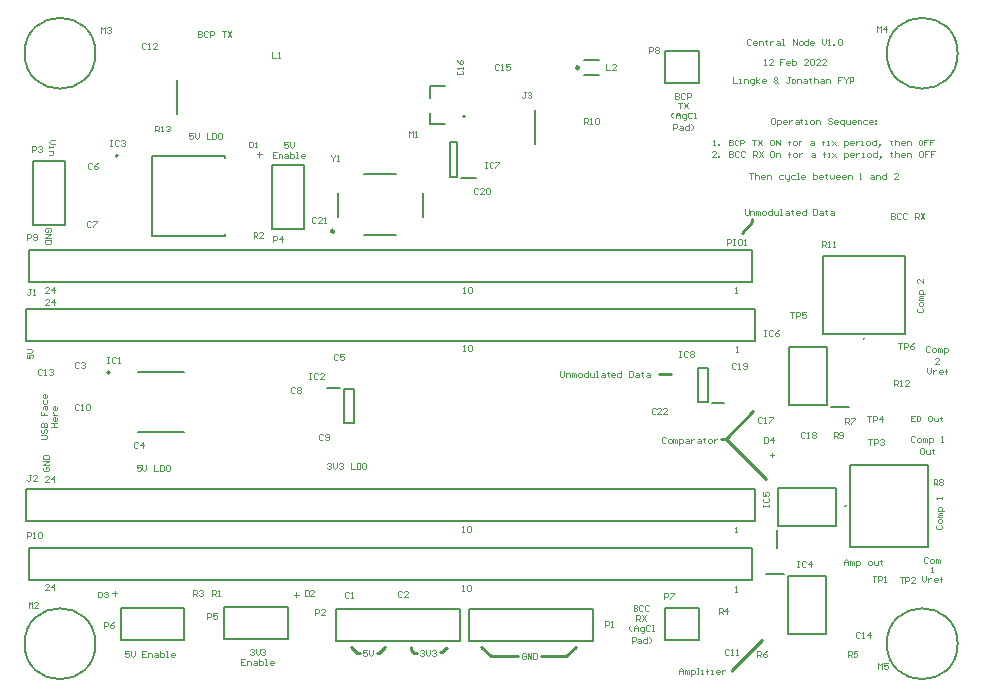
<source format=gto>
G04*
G04 #@! TF.GenerationSoftware,Altium Limited,Altium Designer,21.6.4 (81)*
G04*
G04 Layer_Color=65535*
%FSLAX44Y44*%
%MOMM*%
G71*
G04*
G04 #@! TF.SameCoordinates,DF600929-9F7D-4707-823E-D0FB3E8D8E71*
G04*
G04*
G04 #@! TF.FilePolarity,Positive*
G04*
G01*
G75*
%ADD10C,0.2000*%
%ADD11C,0.2500*%
%ADD12C,0.1270*%
%ADD13C,0.1000*%
D10*
X79000Y443250D02*
G03*
X79000Y443250I-1000J0D01*
G01*
X790000Y30000D02*
G03*
X790000Y30000I-30000J0D01*
G01*
Y530000D02*
G03*
X790000Y530000I-30000J0D01*
G01*
X60000D02*
G03*
X60000Y530000I-30000J0D01*
G01*
X695202Y147020D02*
G03*
X695202Y147020I-570J0D01*
G01*
X60000Y30000D02*
G03*
X60000Y30000I-30000J0D01*
G01*
X373000Y476242D02*
G03*
X373000Y476242I-1000J0D01*
G01*
X710750Y288395D02*
G03*
X710750Y288395I-570J0D01*
G01*
X72050Y259550D02*
G03*
X72050Y259550I-1000J0D01*
G01*
X1450Y286500D02*
X618550D01*
X1450D02*
Y313500D01*
X618550D01*
Y286500D02*
Y313500D01*
X570950Y33050D02*
Y59950D01*
X542550D02*
X570950D01*
X542550Y33050D02*
Y59950D01*
Y33050D02*
X570950D01*
X647250Y232003D02*
X679250D01*
X647250D02*
Y281023D01*
X679250D01*
Y232003D02*
Y281023D01*
X682750Y230713D02*
X698000D01*
X638240Y129500D02*
Y161500D01*
X687260D01*
Y129500D02*
Y161500D01*
X638240Y129500D02*
X687260D01*
X636950Y110750D02*
Y126000D01*
X698852Y181600D02*
X764853D01*
Y111700D02*
Y181600D01*
X698852Y111700D02*
X764853D01*
X698852D02*
Y181600D01*
X646250Y87510D02*
X678250D01*
Y38490D02*
Y87510D01*
X646250Y38490D02*
X678250D01*
X646250D02*
Y87510D01*
X627500Y88800D02*
X642750D01*
X369785Y424000D02*
X381785D01*
X366285Y425500D02*
Y454500D01*
X360285D02*
X366285D01*
X360285Y425500D02*
Y454500D01*
Y425500D02*
X366285D01*
X570950Y505050D02*
Y531950D01*
X542550D02*
X570950D01*
X542550Y505050D02*
Y531950D01*
Y505050D02*
X570950D01*
X431750Y453000D02*
Y482000D01*
X473686Y524064D02*
X486314D01*
X473686Y511436D02*
X486314D01*
X128750Y478250D02*
Y507250D01*
X263950Y59450D02*
X368550D01*
Y32550D02*
Y59450D01*
X263950Y32550D02*
X368550D01*
X263950D02*
Y59450D01*
X376550Y59200D02*
X481150D01*
Y32300D02*
Y59200D01*
X376550Y32300D02*
X481150D01*
X376550D02*
Y59200D01*
X168850Y60957D02*
X222650D01*
Y34058D02*
Y60957D01*
X168850Y34058D02*
X222650D01*
X168850D02*
Y60957D01*
X256250Y246250D02*
X266750D01*
X270250Y216750D02*
Y245750D01*
Y216750D02*
X278750D01*
Y245750D01*
X270250D02*
X278750D01*
X1450Y134100D02*
X618550D01*
X1450D02*
Y161100D01*
X618550D01*
Y134100D02*
Y161100D01*
X81600Y60207D02*
X135400D01*
Y33307D02*
Y60207D01*
X81600Y33307D02*
X135400D01*
X81600D02*
Y60207D01*
X236443Y381350D02*
Y435150D01*
X209543Y381350D02*
X236443D01*
X209543D02*
Y435150D01*
X236443D01*
X569750Y234750D02*
X578250D01*
X569750D02*
Y263750D01*
X578250D01*
Y234750D02*
Y263750D01*
X581750Y234250D02*
X592250D01*
X675600Y292615D02*
Y358615D01*
X745500D01*
Y292615D02*
Y358615D01*
X675600Y292615D02*
X745500D01*
X7300Y438400D02*
X34200D01*
X7300Y384600D02*
Y438400D01*
Y384600D02*
X34200D01*
Y438400D01*
X3700Y84150D02*
Y111050D01*
Y84150D02*
X616300D01*
Y111050D01*
X3700D02*
X616300D01*
X3700Y336550D02*
Y363450D01*
Y336550D02*
X616300D01*
Y363450D01*
X3700D02*
X616300D01*
X287743Y375750D02*
X314743D01*
X337243Y391750D02*
Y411750D01*
X265243Y391750D02*
Y411750D01*
X287743Y427750D02*
X314743D01*
D11*
X469250Y517750D02*
G03*
X469250Y517750I-1250J0D01*
G01*
X261992Y379250D02*
G03*
X261992Y379250I-1250J0D01*
G01*
X598750Y8000D02*
X624000Y33250D01*
X598750Y7250D02*
Y8000D01*
X593500Y203750D02*
X627500Y169750D01*
X593500Y203750D02*
Y203750D01*
X616750Y227000D01*
X590000Y203750D02*
X593500D01*
X607000Y377750D02*
X616000Y386750D01*
Y389250D01*
X537500Y258250D02*
X547500D01*
X298250Y22250D02*
X300250D01*
X305500Y27500D01*
X282500Y22000D02*
X283750D01*
X276000Y27500D02*
X281500Y22000D01*
X282500D01*
X357000Y26250D02*
X358000D01*
X353500Y22750D02*
X357000Y26250D01*
X351500Y22750D02*
X353500D01*
X327250Y24750D02*
Y27000D01*
Y24750D02*
X330000Y22000D01*
X332500D01*
X386750Y27000D02*
X394500Y19250D01*
X458750Y19750D02*
X466500Y27500D01*
X437000Y19750D02*
X458750D01*
X394500Y19250D02*
X417750D01*
D12*
X169780Y375550D02*
Y377250D01*
X107570Y375550D02*
X169780D01*
X107570D02*
Y442950D01*
X169780D01*
Y441250D02*
Y442950D01*
X343000Y469893D02*
X356000D01*
X343000D02*
Y479492D01*
Y492492D02*
Y502093D01*
X356000D01*
X96000Y259750D02*
X135000D01*
X96000Y209250D02*
X135000D01*
D13*
X453596Y261248D02*
Y257083D01*
X454429Y256250D01*
X456095D01*
X456928Y257083D01*
Y261248D01*
X458594Y256250D02*
Y259582D01*
X461093D01*
X461926Y258749D01*
Y256250D01*
X463592D02*
Y259582D01*
X464426D01*
X465259Y258749D01*
Y256250D01*
Y258749D01*
X466092Y259582D01*
X466925Y258749D01*
Y256250D01*
X469424D02*
X471090D01*
X471923Y257083D01*
Y258749D01*
X471090Y259582D01*
X469424D01*
X468591Y258749D01*
Y257083D01*
X469424Y256250D01*
X476921Y261248D02*
Y256250D01*
X474422D01*
X473589Y257083D01*
Y258749D01*
X474422Y259582D01*
X476921D01*
X478587D02*
Y257083D01*
X479421Y256250D01*
X481920D01*
Y259582D01*
X483586Y256250D02*
X485252D01*
X484419D01*
Y261248D01*
X483586D01*
X488584Y259582D02*
X490250D01*
X491083Y258749D01*
Y256250D01*
X488584D01*
X487751Y257083D01*
X488584Y257916D01*
X491083D01*
X493583Y260415D02*
Y259582D01*
X492750D01*
X494416D01*
X493583D01*
Y257083D01*
X494416Y256250D01*
X499414D02*
X497748D01*
X496915Y257083D01*
Y258749D01*
X497748Y259582D01*
X499414D01*
X500247Y258749D01*
Y257916D01*
X496915D01*
X505246Y261248D02*
Y256250D01*
X502746D01*
X501913Y257083D01*
Y258749D01*
X502746Y259582D01*
X505246D01*
X511910Y261248D02*
Y256250D01*
X514409D01*
X515242Y257083D01*
Y260415D01*
X514409Y261248D01*
X511910D01*
X517741Y259582D02*
X519408D01*
X520241Y258749D01*
Y256250D01*
X517741D01*
X516908Y257083D01*
X517741Y257916D01*
X520241D01*
X522740Y260415D02*
Y259582D01*
X521907D01*
X523573D01*
X522740D01*
Y257083D01*
X523573Y256250D01*
X526905Y259582D02*
X528571D01*
X529404Y258749D01*
Y256250D01*
X526905D01*
X526072Y257083D01*
X526905Y257916D01*
X529404D01*
X553923Y4166D02*
Y7498D01*
X555589Y9165D01*
X557255Y7498D01*
Y4166D01*
Y6665D01*
X553923D01*
X558921Y4166D02*
Y7498D01*
X559754D01*
X560588Y6665D01*
Y4166D01*
Y6665D01*
X561421Y7498D01*
X562254Y6665D01*
Y4166D01*
X563920Y2500D02*
Y7498D01*
X566419D01*
X567252Y6665D01*
Y4999D01*
X566419Y4166D01*
X563920D01*
X568918D02*
X570584D01*
X569751D01*
Y9165D01*
X568918D01*
X573083Y4166D02*
X574750D01*
X573917D01*
Y7498D01*
X573083D01*
X578082Y4166D02*
Y8331D01*
Y6665D01*
X577249D01*
X578915D01*
X578082D01*
Y8331D01*
X578915Y9165D01*
X581414Y4166D02*
X583080D01*
X582247D01*
Y7498D01*
X581414D01*
X588079Y4166D02*
X586413D01*
X585579Y4999D01*
Y6665D01*
X586413Y7498D01*
X588079D01*
X588912Y6665D01*
Y5832D01*
X585579D01*
X590578Y7498D02*
Y4166D01*
Y5832D01*
X591411Y6665D01*
X592244Y7498D01*
X593077D01*
X98170Y180998D02*
X94838D01*
Y178499D01*
X96504Y179332D01*
X97337D01*
X98170Y178499D01*
Y176833D01*
X97337Y176000D01*
X95671D01*
X94838Y176833D01*
X99836Y180998D02*
Y177666D01*
X101503Y176000D01*
X103169Y177666D01*
Y180998D01*
X109833D02*
Y176000D01*
X113165D01*
X114831Y180998D02*
Y176000D01*
X117331D01*
X118164Y176833D01*
Y180165D01*
X117331Y180998D01*
X114831D01*
X122329D02*
X120663D01*
X119830Y180165D01*
Y176833D01*
X120663Y176000D01*
X122329D01*
X123162Y176833D01*
Y180165D01*
X122329Y180998D01*
X222917Y454646D02*
X219585D01*
Y452147D01*
X221251Y452980D01*
X222084D01*
X222917Y452147D01*
Y450481D01*
X222084Y449648D01*
X220418D01*
X219585Y450481D01*
X224583Y454646D02*
Y451314D01*
X226249Y449648D01*
X227915Y451314D01*
Y454646D01*
X213337Y446248D02*
X210005D01*
Y441250D01*
X213337D01*
X210005Y443749D02*
X211671D01*
X215003Y441250D02*
Y444582D01*
X217502D01*
X218335Y443749D01*
Y441250D01*
X220834Y444582D02*
X222500D01*
X223333Y443749D01*
Y441250D01*
X220834D01*
X220001Y442083D01*
X220834Y442916D01*
X223333D01*
X225000Y446248D02*
Y441250D01*
X227499D01*
X228332Y442083D01*
Y442916D01*
Y443749D01*
X227499Y444582D01*
X225000D01*
X229998Y441250D02*
X231664D01*
X230831D01*
Y446248D01*
X229998D01*
X236662Y441250D02*
X234996D01*
X234163Y442083D01*
Y443749D01*
X234996Y444582D01*
X236662D01*
X237495Y443749D01*
Y442916D01*
X234163D01*
X335085Y24165D02*
X335919Y24998D01*
X337585D01*
X338418Y24165D01*
Y23332D01*
X337585Y22499D01*
X336752D01*
X337585D01*
X338418Y21666D01*
Y20833D01*
X337585Y20000D01*
X335919D01*
X335085Y20833D01*
X340084Y24998D02*
Y21666D01*
X341750Y20000D01*
X343416Y21666D01*
Y24998D01*
X345082Y24165D02*
X345915Y24998D01*
X347581D01*
X348414Y24165D01*
Y23332D01*
X347581Y22499D01*
X346748D01*
X347581D01*
X348414Y21666D01*
Y20833D01*
X347581Y20000D01*
X345915D01*
X345082Y20833D01*
X609596Y397998D02*
Y393833D01*
X610429Y393000D01*
X612095D01*
X612928Y393833D01*
Y397998D01*
X614594Y393000D02*
Y396332D01*
X617093D01*
X617926Y395499D01*
Y393000D01*
X619592D02*
Y396332D01*
X620425D01*
X621259Y395499D01*
Y393000D01*
Y395499D01*
X622092Y396332D01*
X622925Y395499D01*
Y393000D01*
X625424D02*
X627090D01*
X627923Y393833D01*
Y395499D01*
X627090Y396332D01*
X625424D01*
X624591Y395499D01*
Y393833D01*
X625424Y393000D01*
X632921Y397998D02*
Y393000D01*
X630422D01*
X629589Y393833D01*
Y395499D01*
X630422Y396332D01*
X632921D01*
X634588D02*
Y393833D01*
X635421Y393000D01*
X637920D01*
Y396332D01*
X639586Y393000D02*
X641252D01*
X640419D01*
Y397998D01*
X639586D01*
X644584Y396332D02*
X646250D01*
X647084Y395499D01*
Y393000D01*
X644584D01*
X643751Y393833D01*
X644584Y394666D01*
X647084D01*
X649583Y397165D02*
Y396332D01*
X648750D01*
X650416D01*
X649583D01*
Y393833D01*
X650416Y393000D01*
X655414D02*
X653748D01*
X652915Y393833D01*
Y395499D01*
X653748Y396332D01*
X655414D01*
X656247Y395499D01*
Y394666D01*
X652915D01*
X661245Y397998D02*
Y393000D01*
X658746D01*
X657913Y393833D01*
Y395499D01*
X658746Y396332D01*
X661245D01*
X667910Y397998D02*
Y393000D01*
X670409D01*
X671242Y393833D01*
Y397165D01*
X670409Y397998D01*
X667910D01*
X673741Y396332D02*
X675407D01*
X676241Y395499D01*
Y393000D01*
X673741D01*
X672908Y393833D01*
X673741Y394666D01*
X676241D01*
X678740Y397165D02*
Y396332D01*
X677907D01*
X679573D01*
X678740D01*
Y393833D01*
X679573Y393000D01*
X682905Y396332D02*
X684571D01*
X685404Y395499D01*
Y393000D01*
X682905D01*
X682072Y393833D01*
X682905Y394666D01*
X685404D01*
X16835Y179668D02*
X16002Y178835D01*
Y177169D01*
X16835Y176336D01*
X20167D01*
X21000Y177169D01*
Y178835D01*
X20167Y179668D01*
X18501D01*
Y178002D01*
X21000Y181334D02*
X16002D01*
X21000Y184666D01*
X16002D01*
Y186332D02*
X21000D01*
Y188832D01*
X20167Y189665D01*
X16835D01*
X16002Y188832D01*
Y186332D01*
X753503Y223248D02*
X750171D01*
Y218250D01*
X753503D01*
X750171Y220749D02*
X751837D01*
X755169Y223248D02*
Y218250D01*
X757669D01*
X758502Y219083D01*
Y222415D01*
X757669Y223248D01*
X755169D01*
X767665D02*
X765999D01*
X765166Y222415D01*
Y219083D01*
X765999Y218250D01*
X767665D01*
X768498Y219083D01*
Y222415D01*
X767665Y223248D01*
X770164Y221582D02*
Y219083D01*
X770998Y218250D01*
X773497D01*
Y221582D01*
X775996Y222415D02*
Y221582D01*
X775163D01*
X776829D01*
X775996D01*
Y219083D01*
X776829Y218250D01*
X631084Y190166D02*
X634416D01*
X632750Y191832D02*
Y188500D01*
X766419Y281127D02*
X765585Y281961D01*
X763919D01*
X763086Y281127D01*
Y277795D01*
X763919Y276962D01*
X765585D01*
X766419Y277795D01*
X768918Y276962D02*
X770584D01*
X771417Y277795D01*
Y279461D01*
X770584Y280294D01*
X768918D01*
X768085Y279461D01*
Y277795D01*
X768918Y276962D01*
X773083D02*
Y280294D01*
X773916D01*
X774749Y279461D01*
Y276962D01*
Y279461D01*
X775582Y280294D01*
X776415Y279461D01*
Y276962D01*
X778081Y275296D02*
Y280294D01*
X780581D01*
X781414Y279461D01*
Y277795D01*
X780581Y276962D01*
X778081D01*
X773916Y266898D02*
X770584D01*
X773916Y270230D01*
Y271063D01*
X773083Y271896D01*
X771417D01*
X770584Y271063D01*
X763919Y263498D02*
Y260166D01*
X765585Y258500D01*
X767252Y260166D01*
Y263498D01*
X768918Y261832D02*
Y258500D01*
Y260166D01*
X769751Y260999D01*
X770584Y261832D01*
X771417D01*
X776415Y258500D02*
X774749D01*
X773916Y259333D01*
Y260999D01*
X774749Y261832D01*
X776415D01*
X777248Y260999D01*
Y260166D01*
X773916D01*
X779748Y258500D02*
Y262665D01*
Y260999D01*
X778914D01*
X780581D01*
X779748D01*
Y262665D01*
X780581Y263498D01*
X424168Y21165D02*
X423335Y21998D01*
X421669D01*
X420835Y21165D01*
Y17833D01*
X421669Y17000D01*
X423335D01*
X424168Y17833D01*
Y19499D01*
X422502D01*
X425834Y17000D02*
Y21998D01*
X429166Y17000D01*
Y21998D01*
X430832D02*
Y17000D01*
X433331D01*
X434165Y17833D01*
Y21165D01*
X433331Y21998D01*
X430832D01*
X515586Y62859D02*
Y57860D01*
X518085D01*
X518918Y58693D01*
Y59526D01*
X518085Y60359D01*
X515586D01*
X518085D01*
X518918Y61192D01*
Y62025D01*
X518085Y62859D01*
X515586D01*
X523916Y62025D02*
X523083Y62859D01*
X521417D01*
X520584Y62025D01*
Y58693D01*
X521417Y57860D01*
X523083D01*
X523916Y58693D01*
X528914Y62025D02*
X528081Y62859D01*
X526415D01*
X525582Y62025D01*
Y58693D01*
X526415Y57860D01*
X528081D01*
X528914Y58693D01*
X518085Y49462D02*
Y54461D01*
X520584D01*
X521417Y53628D01*
Y51961D01*
X520584Y51128D01*
X518085D01*
X519751D02*
X521417Y49462D01*
X523083Y54461D02*
X526415Y49462D01*
Y54461D02*
X523083Y49462D01*
X513503Y41064D02*
X511837Y42730D01*
Y44396D01*
X513503Y46062D01*
X516002Y41064D02*
Y44396D01*
X517668Y46062D01*
X519334Y44396D01*
Y41064D01*
Y43563D01*
X516002D01*
X522667Y39398D02*
X523500D01*
X524333Y40231D01*
Y44396D01*
X521833D01*
X521000Y43563D01*
Y41897D01*
X521833Y41064D01*
X524333D01*
X529331Y45229D02*
X528498Y46062D01*
X526832D01*
X525999Y45229D01*
Y41897D01*
X526832Y41064D01*
X528498D01*
X529331Y41897D01*
X530997Y41064D02*
X532663D01*
X531830D01*
Y46062D01*
X530997D01*
X513919Y31000D02*
Y35998D01*
X516419D01*
X517252Y35165D01*
Y33499D01*
X516419Y32666D01*
X513919D01*
X519751Y34332D02*
X521417D01*
X522250Y33499D01*
Y31000D01*
X519751D01*
X518918Y31833D01*
X519751Y32666D01*
X522250D01*
X527248Y35998D02*
Y31000D01*
X524749D01*
X523916Y31833D01*
Y33499D01*
X524749Y34332D01*
X527248D01*
X528914Y31000D02*
X530581Y32666D01*
Y34332D01*
X528914Y35998D01*
X600183Y509915D02*
Y504916D01*
X603516D01*
X605182D02*
X606848D01*
X606015D01*
Y508248D01*
X605182D01*
X609347Y504916D02*
Y508248D01*
X611846D01*
X612679Y507415D01*
Y504916D01*
X616011Y503250D02*
X616844D01*
X617678Y504083D01*
Y508248D01*
X615178D01*
X614345Y507415D01*
Y505749D01*
X615178Y504916D01*
X617678D01*
X619344D02*
Y509915D01*
Y506582D02*
X621843Y508248D01*
X619344Y506582D02*
X621843Y504916D01*
X626841D02*
X625175D01*
X624342Y505749D01*
Y507415D01*
X625175Y508248D01*
X626841D01*
X627674Y507415D01*
Y506582D01*
X624342D01*
X637671Y504916D02*
X636838Y505749D01*
X636005Y504916D01*
X635172D01*
X634339Y505749D01*
Y506582D01*
X635172Y507415D01*
X634339Y508248D01*
Y509081D01*
X635172Y509915D01*
X636005D01*
X636838Y509081D01*
Y508248D01*
X636005Y507415D01*
X636838Y506582D01*
Y505749D01*
X637671Y507415D02*
X636838Y506582D01*
X635172Y507415D02*
X636005D01*
X647668Y509915D02*
X646002D01*
X646835D01*
Y505749D01*
X646002Y504916D01*
X645169D01*
X644335Y505749D01*
X650167Y504916D02*
X651833D01*
X652666Y505749D01*
Y507415D01*
X651833Y508248D01*
X650167D01*
X649334Y507415D01*
Y505749D01*
X650167Y504916D01*
X654332D02*
Y508248D01*
X656831D01*
X657664Y507415D01*
Y504916D01*
X660164Y508248D02*
X661830D01*
X662663Y507415D01*
Y504916D01*
X660164D01*
X659331Y505749D01*
X660164Y506582D01*
X662663D01*
X665162Y509081D02*
Y508248D01*
X664329D01*
X665995D01*
X665162D01*
Y505749D01*
X665995Y504916D01*
X668494Y509915D02*
Y504916D01*
Y507415D01*
X669327Y508248D01*
X670993D01*
X671826Y507415D01*
Y504916D01*
X674326Y508248D02*
X675992D01*
X676825Y507415D01*
Y504916D01*
X674326D01*
X673493Y505749D01*
X674326Y506582D01*
X676825D01*
X678491Y504916D02*
Y508248D01*
X680990D01*
X681823Y507415D01*
Y504916D01*
X691820Y509915D02*
X688488D01*
Y507415D01*
X690154D01*
X688488D01*
Y504916D01*
X693486Y509915D02*
Y509081D01*
X695152Y507415D01*
X696818Y509081D01*
Y509915D01*
X695152Y507415D02*
Y504916D01*
X698484D02*
Y509915D01*
X700984D01*
X701817Y509081D01*
Y507415D01*
X700984Y506582D01*
X698484D01*
X594586Y368000D02*
Y372998D01*
X597085D01*
X597918Y372165D01*
Y370499D01*
X597085Y369666D01*
X594586D01*
X599584Y372998D02*
X601250D01*
X600417D01*
Y368000D01*
X599584D01*
X601250D01*
X606249Y372998D02*
X604583D01*
X603750Y372165D01*
Y368833D01*
X604583Y368000D01*
X606249D01*
X607082Y368833D01*
Y372165D01*
X606249Y372998D01*
X608748Y368000D02*
X610414D01*
X609581D01*
Y372998D01*
X608748Y372165D01*
X190585Y24563D02*
X191419Y25396D01*
X193085D01*
X193918Y24563D01*
Y23730D01*
X193085Y22897D01*
X192252D01*
X193085D01*
X193918Y22064D01*
Y21231D01*
X193085Y20398D01*
X191419D01*
X190585Y21231D01*
X195584Y25396D02*
Y22064D01*
X197250Y20398D01*
X198916Y22064D01*
Y25396D01*
X200582Y24563D02*
X201415Y25396D01*
X203081D01*
X203915Y24563D01*
Y23730D01*
X203081Y22897D01*
X202248D01*
X203081D01*
X203915Y22064D01*
Y21231D01*
X203081Y20398D01*
X201415D01*
X200582Y21231D01*
X186837Y16998D02*
X183505D01*
Y12000D01*
X186837D01*
X183505Y14499D02*
X185171D01*
X188503Y12000D02*
Y15332D01*
X191002D01*
X191835Y14499D01*
Y12000D01*
X194334Y15332D02*
X196000D01*
X196833Y14499D01*
Y12000D01*
X194334D01*
X193501Y12833D01*
X194334Y13666D01*
X196833D01*
X198500Y16998D02*
Y12000D01*
X200999D01*
X201832Y12833D01*
Y13666D01*
Y14499D01*
X200999Y15332D01*
X198500D01*
X203498Y12000D02*
X205164D01*
X204331D01*
Y16998D01*
X203498D01*
X210162Y12000D02*
X208496D01*
X207663Y12833D01*
Y14499D01*
X208496Y15332D01*
X210162D01*
X210996Y14499D01*
Y13666D01*
X207663D01*
X14104Y203340D02*
X18269D01*
X19102Y204173D01*
Y205839D01*
X18269Y206672D01*
X14104D01*
X14937Y211670D02*
X14104Y210837D01*
Y209171D01*
X14937Y208338D01*
X15770D01*
X16603Y209171D01*
Y210837D01*
X17436Y211670D01*
X18269D01*
X19102Y210837D01*
Y209171D01*
X18269Y208338D01*
X14104Y213336D02*
X19102D01*
Y215835D01*
X18269Y216669D01*
X17436D01*
X16603Y215835D01*
Y213336D01*
Y215835D01*
X15770Y216669D01*
X14937D01*
X14104Y215835D01*
Y213336D01*
Y226665D02*
Y223333D01*
X16603D01*
Y224999D01*
Y223333D01*
X19102D01*
X15770Y229165D02*
Y230831D01*
X16603Y231664D01*
X19102D01*
Y229165D01*
X18269Y228331D01*
X17436Y229165D01*
Y231664D01*
X15770Y236662D02*
Y234163D01*
X16603Y233330D01*
X18269D01*
X19102Y234163D01*
Y236662D01*
Y240827D02*
Y239161D01*
X18269Y238328D01*
X16603D01*
X15770Y239161D01*
Y240827D01*
X16603Y241660D01*
X17436D01*
Y238328D01*
X22502Y213336D02*
X27500D01*
X25001D01*
Y216669D01*
X22502D01*
X27500D01*
Y220834D02*
Y219168D01*
X26667Y218335D01*
X25001D01*
X24168Y219168D01*
Y220834D01*
X25001Y221667D01*
X25834D01*
Y218335D01*
X24168Y223333D02*
X27500D01*
X25834D01*
X25001Y224166D01*
X24168Y224999D01*
Y225832D01*
X27500Y230831D02*
Y229165D01*
X26667Y228331D01*
X25001D01*
X24168Y229165D01*
Y230831D01*
X25001Y231664D01*
X25834D01*
Y228331D01*
X542757Y204331D02*
X541923Y205165D01*
X540257D01*
X539424Y204331D01*
Y200999D01*
X540257Y200166D01*
X541923D01*
X542757Y200999D01*
X545256Y200166D02*
X546922D01*
X547755Y200999D01*
Y202665D01*
X546922Y203498D01*
X545256D01*
X544423Y202665D01*
Y200999D01*
X545256Y200166D01*
X549421D02*
Y203498D01*
X550254D01*
X551087Y202665D01*
Y200166D01*
Y202665D01*
X551920Y203498D01*
X552753Y202665D01*
Y200166D01*
X554419Y198500D02*
Y203498D01*
X556919D01*
X557752Y202665D01*
Y200999D01*
X556919Y200166D01*
X554419D01*
X560251Y203498D02*
X561917D01*
X562750Y202665D01*
Y200166D01*
X560251D01*
X559418Y200999D01*
X560251Y201832D01*
X562750D01*
X564416Y203498D02*
Y200166D01*
Y201832D01*
X565249Y202665D01*
X566082Y203498D01*
X566915D01*
X570248D02*
X571914D01*
X572747Y202665D01*
Y200166D01*
X570248D01*
X569414Y200999D01*
X570248Y201832D01*
X572747D01*
X575246Y204331D02*
Y203498D01*
X574413D01*
X576079D01*
X575246D01*
Y200999D01*
X576079Y200166D01*
X579411D02*
X581077D01*
X581910Y200999D01*
Y202665D01*
X581077Y203498D01*
X579411D01*
X578578Y202665D01*
Y200999D01*
X579411Y200166D01*
X583577Y203498D02*
Y200166D01*
Y201832D01*
X584410Y202665D01*
X585243Y203498D01*
X586076D01*
X256089Y181915D02*
X256922Y182748D01*
X258588D01*
X259421Y181915D01*
Y181082D01*
X258588Y180249D01*
X257755D01*
X258588D01*
X259421Y179416D01*
Y178583D01*
X258588Y177750D01*
X256922D01*
X256089Y178583D01*
X261087Y182748D02*
Y179416D01*
X262753Y177750D01*
X264419Y179416D01*
Y182748D01*
X266085Y181915D02*
X266919Y182748D01*
X268585D01*
X269418Y181915D01*
Y181082D01*
X268585Y180249D01*
X267752D01*
X268585D01*
X269418Y179416D01*
Y178583D01*
X268585Y177750D01*
X266919D01*
X266085Y178583D01*
X276082Y182748D02*
Y177750D01*
X279415D01*
X281081Y182748D02*
Y177750D01*
X283580D01*
X284413Y178583D01*
Y181915D01*
X283580Y182748D01*
X281081D01*
X288578D02*
X286912D01*
X286079Y181915D01*
Y178583D01*
X286912Y177750D01*
X288578D01*
X289411Y178583D01*
Y181915D01*
X288578Y182748D01*
X756668Y314170D02*
X755835Y313337D01*
Y311671D01*
X756668Y310838D01*
X760001D01*
X760834Y311671D01*
Y313337D01*
X760001Y314170D01*
X760834Y316669D02*
Y318336D01*
X760001Y319169D01*
X758335D01*
X757502Y318336D01*
Y316669D01*
X758335Y315836D01*
X760001D01*
X760834Y316669D01*
Y320835D02*
X757502D01*
Y321668D01*
X758335Y322501D01*
X760834D01*
X758335D01*
X757502Y323334D01*
X758335Y324167D01*
X760834D01*
X762500Y325833D02*
X757502D01*
Y328332D01*
X758335Y329165D01*
X760001D01*
X760834Y328332D01*
Y325833D01*
Y339162D02*
Y335830D01*
X757502Y339162D01*
X756668D01*
X755835Y338329D01*
Y336663D01*
X756668Y335830D01*
X551086Y496609D02*
Y491610D01*
X553585D01*
X554418Y492443D01*
Y493276D01*
X553585Y494109D01*
X551086D01*
X553585D01*
X554418Y494942D01*
Y495775D01*
X553585Y496609D01*
X551086D01*
X559416Y495775D02*
X558583Y496609D01*
X556917D01*
X556084Y495775D01*
Y492443D01*
X556917Y491610D01*
X558583D01*
X559416Y492443D01*
X561082Y491610D02*
Y496609D01*
X563581D01*
X564414Y495775D01*
Y494109D01*
X563581Y493276D01*
X561082D01*
X553585Y488210D02*
X556917D01*
X555251D01*
Y483212D01*
X558583Y488210D02*
X561915Y483212D01*
Y488210D02*
X558583Y483212D01*
X549003Y474814D02*
X547337Y476480D01*
Y478146D01*
X549003Y479813D01*
X551502Y474814D02*
Y478146D01*
X553168Y479813D01*
X554834Y478146D01*
Y474814D01*
Y477313D01*
X551502D01*
X558167Y473148D02*
X559000D01*
X559833Y473981D01*
Y478146D01*
X557333D01*
X556500Y477313D01*
Y475647D01*
X557333Y474814D01*
X559833D01*
X564831Y478979D02*
X563998Y479813D01*
X562332D01*
X561499Y478979D01*
Y475647D01*
X562332Y474814D01*
X563998D01*
X564831Y475647D01*
X566497Y474814D02*
X568163D01*
X567330D01*
Y479813D01*
X566497D01*
X549419Y464750D02*
Y469748D01*
X551919D01*
X552752Y468915D01*
Y467249D01*
X551919Y466416D01*
X549419D01*
X555251Y468082D02*
X556917D01*
X557750Y467249D01*
Y464750D01*
X555251D01*
X554418Y465583D01*
X555251Y466416D01*
X557750D01*
X562748Y469748D02*
Y464750D01*
X560249D01*
X559416Y465583D01*
Y467249D01*
X560249Y468082D01*
X562748D01*
X564414Y464750D02*
X566081Y466416D01*
Y468082D01*
X564414Y469748D01*
X2002Y274917D02*
Y271585D01*
X4501D01*
X3668Y273251D01*
Y274084D01*
X4501Y274917D01*
X6167D01*
X7000Y274084D01*
Y272418D01*
X6167Y271585D01*
X2002Y276583D02*
X5334D01*
X7000Y278249D01*
X5334Y279915D01*
X2002D01*
X615345Y540961D02*
X614512Y541794D01*
X612846D01*
X612013Y540961D01*
Y537629D01*
X612846Y536796D01*
X614512D01*
X615345Y537629D01*
X619511Y536796D02*
X617845D01*
X617011Y537629D01*
Y539295D01*
X617845Y540128D01*
X619511D01*
X620344Y539295D01*
Y538462D01*
X617011D01*
X622010Y536796D02*
Y540128D01*
X624509D01*
X625342Y539295D01*
Y536796D01*
X627841Y540961D02*
Y540128D01*
X627008D01*
X628674D01*
X627841D01*
Y537629D01*
X628674Y536796D01*
X631174Y540128D02*
Y536796D01*
Y538462D01*
X632006Y539295D01*
X632840Y540128D01*
X633673D01*
X637005D02*
X638671D01*
X639504Y539295D01*
Y536796D01*
X637005D01*
X636172Y537629D01*
X637005Y538462D01*
X639504D01*
X641170Y536796D02*
X642836D01*
X642003D01*
Y541794D01*
X641170D01*
X650334Y536796D02*
Y541794D01*
X653666Y536796D01*
Y541794D01*
X656165Y536796D02*
X657831D01*
X658664Y537629D01*
Y539295D01*
X657831Y540128D01*
X656165D01*
X655332Y539295D01*
Y537629D01*
X656165Y536796D01*
X663663Y541794D02*
Y536796D01*
X661164D01*
X660331Y537629D01*
Y539295D01*
X661164Y540128D01*
X663663D01*
X667828Y536796D02*
X666162D01*
X665329Y537629D01*
Y539295D01*
X666162Y540128D01*
X667828D01*
X668661Y539295D01*
Y538462D01*
X665329D01*
X675326Y541794D02*
Y538462D01*
X676992Y536796D01*
X678658Y538462D01*
Y541794D01*
X680324Y536796D02*
X681990D01*
X681157D01*
Y541794D01*
X680324Y540961D01*
X684489Y536796D02*
Y537629D01*
X685322D01*
Y536796D01*
X684489D01*
X688655Y540961D02*
X689488Y541794D01*
X691154D01*
X691987Y540961D01*
Y537629D01*
X691154Y536796D01*
X689488D01*
X688655Y537629D01*
Y540961D01*
X625759Y520000D02*
X627425D01*
X626592D01*
Y524998D01*
X625759Y524165D01*
X633256Y520000D02*
X629924D01*
X633256Y523332D01*
Y524165D01*
X632423Y524998D01*
X630757D01*
X629924Y524165D01*
X643253Y524998D02*
X639921D01*
Y522499D01*
X641587D01*
X639921D01*
Y520000D01*
X647418D02*
X645752D01*
X644919Y520833D01*
Y522499D01*
X645752Y523332D01*
X647418D01*
X648251Y522499D01*
Y521666D01*
X644919D01*
X649917Y524998D02*
Y520000D01*
X652417D01*
X653250Y520833D01*
Y521666D01*
Y522499D01*
X652417Y523332D01*
X649917D01*
X663246Y520000D02*
X659914D01*
X663246Y523332D01*
Y524165D01*
X662413Y524998D01*
X660747D01*
X659914Y524165D01*
X664912D02*
X665745Y524998D01*
X667412D01*
X668245Y524165D01*
Y520833D01*
X667412Y520000D01*
X665745D01*
X664912Y520833D01*
Y524165D01*
X673243Y520000D02*
X669911D01*
X673243Y523332D01*
Y524165D01*
X672410Y524998D01*
X670744D01*
X669911Y524165D01*
X678241Y520000D02*
X674909D01*
X678241Y523332D01*
Y524165D01*
X677408Y524998D01*
X675742D01*
X674909Y524165D01*
X733588Y394498D02*
Y389500D01*
X736087D01*
X736920Y390333D01*
Y391166D01*
X736087Y391999D01*
X733588D01*
X736087D01*
X736920Y392832D01*
Y393665D01*
X736087Y394498D01*
X733588D01*
X741919Y393665D02*
X741086Y394498D01*
X739419D01*
X738586Y393665D01*
Y390333D01*
X739419Y389500D01*
X741086D01*
X741919Y390333D01*
X746917Y393665D02*
X746084Y394498D01*
X744418D01*
X743585Y393665D01*
Y390333D01*
X744418Y389500D01*
X746084D01*
X746917Y390333D01*
X753581Y389500D02*
Y394498D01*
X756081D01*
X756914Y393665D01*
Y391999D01*
X756081Y391166D01*
X753581D01*
X755247D02*
X756914Y389500D01*
X758580Y394498D02*
X761912Y389500D01*
Y394498D02*
X758580Y389500D01*
X772418Y130753D02*
X771585Y129920D01*
Y128254D01*
X772418Y127421D01*
X775751D01*
X776584Y128254D01*
Y129920D01*
X775751Y130753D01*
X776584Y133252D02*
Y134919D01*
X775751Y135752D01*
X774084D01*
X773251Y134919D01*
Y133252D01*
X774084Y132419D01*
X775751D01*
X776584Y133252D01*
Y137418D02*
X773251D01*
Y138251D01*
X774084Y139084D01*
X776584D01*
X774084D01*
X773251Y139917D01*
X774084Y140750D01*
X776584D01*
X778250Y142416D02*
X773251D01*
Y144915D01*
X774084Y145748D01*
X775751D01*
X776584Y144915D01*
Y142416D01*
Y152413D02*
Y154079D01*
Y153246D01*
X771585D01*
X772418Y152413D01*
X764918Y102961D02*
X764085Y103794D01*
X762419D01*
X761585Y102961D01*
Y99629D01*
X762419Y98796D01*
X764085D01*
X764918Y99629D01*
X767417Y98796D02*
X769083D01*
X769916Y99629D01*
Y101295D01*
X769083Y102128D01*
X767417D01*
X766584Y101295D01*
Y99629D01*
X767417Y98796D01*
X771582D02*
Y102128D01*
X772415D01*
X773248Y101295D01*
Y98796D01*
Y101295D01*
X774081Y102128D01*
X774914Y101295D01*
Y98796D01*
X767417Y90398D02*
X769083D01*
X768250D01*
Y95396D01*
X767417Y94563D01*
X759919Y86998D02*
Y83666D01*
X761585Y82000D01*
X763252Y83666D01*
Y86998D01*
X764918Y85332D02*
Y82000D01*
Y83666D01*
X765751Y84499D01*
X766584Y85332D01*
X767417D01*
X772415Y82000D02*
X770749D01*
X769916Y82833D01*
Y84499D01*
X770749Y85332D01*
X772415D01*
X773248Y84499D01*
Y83666D01*
X769916D01*
X775748Y82000D02*
Y86165D01*
Y84499D01*
X774914D01*
X776581D01*
X775748D01*
Y86165D01*
X776581Y86998D01*
X21665Y378332D02*
X22498Y379165D01*
Y380831D01*
X21665Y381665D01*
X18333D01*
X17500Y380831D01*
Y379165D01*
X18333Y378332D01*
X19999D01*
Y379998D01*
X17500Y376666D02*
X22498D01*
X17500Y373334D01*
X22498D01*
Y371668D02*
X17500D01*
Y369169D01*
X18333Y368335D01*
X21665D01*
X22498Y369169D01*
Y371668D01*
X634430Y475403D02*
X632764D01*
X631931Y474570D01*
Y471238D01*
X632764Y470405D01*
X634430D01*
X635263Y471238D01*
Y474570D01*
X634430Y475403D01*
X636930Y468739D02*
Y473737D01*
X639429D01*
X640262Y472904D01*
Y471238D01*
X639429Y470405D01*
X636930D01*
X644427D02*
X642761D01*
X641928Y471238D01*
Y472904D01*
X642761Y473737D01*
X644427D01*
X645260Y472904D01*
Y472071D01*
X641928D01*
X646926Y473737D02*
Y470405D01*
Y472071D01*
X647759Y472904D01*
X648592Y473737D01*
X649426D01*
X652758D02*
X654424D01*
X655257Y472904D01*
Y470405D01*
X652758D01*
X651925Y471238D01*
X652758Y472071D01*
X655257D01*
X657756Y474570D02*
Y473737D01*
X656923D01*
X658589D01*
X657756D01*
Y471238D01*
X658589Y470405D01*
X661088D02*
X662755D01*
X661921D01*
Y473737D01*
X661088D01*
X666087Y470405D02*
X667753D01*
X668586Y471238D01*
Y472904D01*
X667753Y473737D01*
X666087D01*
X665254Y472904D01*
Y471238D01*
X666087Y470405D01*
X670252D02*
Y473737D01*
X672751D01*
X673584Y472904D01*
Y470405D01*
X683581Y474570D02*
X682748Y475403D01*
X681082D01*
X680249Y474570D01*
Y473737D01*
X681082Y472904D01*
X682748D01*
X683581Y472071D01*
Y471238D01*
X682748Y470405D01*
X681082D01*
X680249Y471238D01*
X687746Y470405D02*
X686080D01*
X685247Y471238D01*
Y472904D01*
X686080Y473737D01*
X687746D01*
X688579Y472904D01*
Y472071D01*
X685247D01*
X693578Y468739D02*
Y473737D01*
X691079D01*
X690246Y472904D01*
Y471238D01*
X691079Y470405D01*
X693578D01*
X695244Y473737D02*
Y471238D01*
X696077Y470405D01*
X698576D01*
Y473737D01*
X702741Y470405D02*
X701075D01*
X700242Y471238D01*
Y472904D01*
X701075Y473737D01*
X702741D01*
X703575Y472904D01*
Y472071D01*
X700242D01*
X705241Y470405D02*
Y473737D01*
X707740D01*
X708573Y472904D01*
Y470405D01*
X713571Y473737D02*
X711072D01*
X710239Y472904D01*
Y471238D01*
X711072Y470405D01*
X713571D01*
X717737D02*
X716070D01*
X715237Y471238D01*
Y472904D01*
X716070Y473737D01*
X717737D01*
X718570Y472904D01*
Y472071D01*
X715237D01*
X720236Y473737D02*
X721069D01*
Y472904D01*
X720236D01*
Y473737D01*
Y471238D02*
X721069D01*
Y470405D01*
X720236D01*
Y471238D01*
X582781Y451942D02*
X584447D01*
X583614D01*
Y456941D01*
X582781Y456108D01*
X586946Y451942D02*
Y452775D01*
X587779D01*
Y451942D01*
X586946D01*
X596110Y456941D02*
Y451942D01*
X598609D01*
X599442Y452775D01*
Y453609D01*
X598609Y454442D01*
X596110D01*
X598609D01*
X599442Y455275D01*
Y456108D01*
X598609Y456941D01*
X596110D01*
X604440Y456108D02*
X603607Y456941D01*
X601941D01*
X601108Y456108D01*
Y452775D01*
X601941Y451942D01*
X603607D01*
X604440Y452775D01*
X606106Y451942D02*
Y456941D01*
X608605D01*
X609439Y456108D01*
Y454442D01*
X608605Y453609D01*
X606106D01*
X616103Y456941D02*
X619435D01*
X617769D01*
Y451942D01*
X621101Y456941D02*
X624434Y451942D01*
Y456941D02*
X621101Y451942D01*
X633597Y456941D02*
X631931D01*
X631098Y456108D01*
Y452775D01*
X631931Y451942D01*
X633597D01*
X634430Y452775D01*
Y456108D01*
X633597Y456941D01*
X636096Y451942D02*
Y456941D01*
X639429Y451942D01*
Y456941D01*
X646926Y451942D02*
Y456108D01*
Y454442D01*
X646093D01*
X647759D01*
X646926D01*
Y456108D01*
X647759Y456941D01*
X651092Y451942D02*
X652758D01*
X653591Y452775D01*
Y454442D01*
X652758Y455275D01*
X651092D01*
X650259Y454442D01*
Y452775D01*
X651092Y451942D01*
X655257Y455275D02*
Y451942D01*
Y453609D01*
X656090Y454442D01*
X656923Y455275D01*
X657756D01*
X666087D02*
X667753D01*
X668586Y454442D01*
Y451942D01*
X666087D01*
X665254Y452775D01*
X666087Y453609D01*
X668586D01*
X676084Y451942D02*
Y456108D01*
Y454442D01*
X675250D01*
X676917D01*
X676084D01*
Y456108D01*
X676917Y456941D01*
X679416Y451942D02*
X681082D01*
X680249D01*
Y455275D01*
X679416D01*
X683581D02*
X686913Y451942D01*
X685247Y453609D01*
X686913Y455275D01*
X683581Y451942D01*
X693578Y450276D02*
Y455275D01*
X696077D01*
X696910Y454442D01*
Y452775D01*
X696077Y451942D01*
X693578D01*
X701075D02*
X699409D01*
X698576Y452775D01*
Y454442D01*
X699409Y455275D01*
X701075D01*
X701908Y454442D01*
Y453609D01*
X698576D01*
X703575Y455275D02*
Y451942D01*
Y453609D01*
X704408Y454442D01*
X705241Y455275D01*
X706074D01*
X708573Y451942D02*
X710239D01*
X709406D01*
Y455275D01*
X708573D01*
X713571Y451942D02*
X715237D01*
X716070Y452775D01*
Y454442D01*
X715237Y455275D01*
X713571D01*
X712738Y454442D01*
Y452775D01*
X713571Y451942D01*
X721069Y456941D02*
Y451942D01*
X718570D01*
X717737Y452775D01*
Y454442D01*
X718570Y455275D01*
X721069D01*
X723568Y451109D02*
X724401Y451942D01*
Y452775D01*
X723568D01*
Y451942D01*
X724401D01*
X723568Y451109D01*
X722735Y450276D01*
X733565Y456108D02*
Y455275D01*
X732732D01*
X734398D01*
X733565D01*
Y452775D01*
X734398Y451942D01*
X736897Y456941D02*
Y451942D01*
Y454442D01*
X737730Y455275D01*
X739396D01*
X740229Y454442D01*
Y451942D01*
X744395D02*
X742728D01*
X741895Y452775D01*
Y454442D01*
X742728Y455275D01*
X744395D01*
X745228Y454442D01*
Y453609D01*
X741895D01*
X746894Y451942D02*
Y455275D01*
X749393D01*
X750226Y454442D01*
Y451942D01*
X759390Y456941D02*
X757723D01*
X756890Y456108D01*
Y452775D01*
X757723Y451942D01*
X759390D01*
X760223Y452775D01*
Y456108D01*
X759390Y456941D01*
X765221D02*
X761889D01*
Y454442D01*
X763555D01*
X761889D01*
Y451942D01*
X770219Y456941D02*
X766887D01*
Y454442D01*
X768553D01*
X766887D01*
Y451942D01*
X585696Y441878D02*
X582364D01*
X585696Y445210D01*
Y446044D01*
X584863Y446877D01*
X583197D01*
X582364Y446044D01*
X587363Y441878D02*
Y442711D01*
X588195D01*
Y441878D01*
X587363D01*
X596526Y446877D02*
Y441878D01*
X599025D01*
X599858Y442711D01*
Y443544D01*
X599025Y444378D01*
X596526D01*
X599025D01*
X599858Y445210D01*
Y446044D01*
X599025Y446877D01*
X596526D01*
X604857Y446044D02*
X604024Y446877D01*
X602358D01*
X601525Y446044D01*
Y442711D01*
X602358Y441878D01*
X604024D01*
X604857Y442711D01*
X609855Y446044D02*
X609022Y446877D01*
X607356D01*
X606523Y446044D01*
Y442711D01*
X607356Y441878D01*
X609022D01*
X609855Y442711D01*
X616520Y441878D02*
Y446877D01*
X619019D01*
X619852Y446044D01*
Y444378D01*
X619019Y443544D01*
X616520D01*
X618186D02*
X619852Y441878D01*
X621518Y446877D02*
X624850Y441878D01*
Y446877D02*
X621518Y441878D01*
X634014Y446877D02*
X632348D01*
X631515Y446044D01*
Y442711D01*
X632348Y441878D01*
X634014D01*
X634847Y442711D01*
Y446044D01*
X634014Y446877D01*
X636513Y441878D02*
Y445210D01*
X639012D01*
X639845Y444378D01*
Y441878D01*
X647343D02*
Y446044D01*
Y444378D01*
X646510D01*
X648176D01*
X647343D01*
Y446044D01*
X648176Y446877D01*
X651508Y441878D02*
X653174D01*
X654007Y442711D01*
Y444378D01*
X653174Y445210D01*
X651508D01*
X650675Y444378D01*
Y442711D01*
X651508Y441878D01*
X655674Y445210D02*
Y441878D01*
Y443544D01*
X656507Y444378D01*
X657340Y445210D01*
X658173D01*
X666503D02*
X668169D01*
X669002Y444378D01*
Y441878D01*
X666503D01*
X665670Y442711D01*
X666503Y443544D01*
X669002D01*
X676500Y441878D02*
Y446044D01*
Y444378D01*
X675667D01*
X677333D01*
X676500D01*
Y446044D01*
X677333Y446877D01*
X679832Y441878D02*
X681498D01*
X680665D01*
Y445210D01*
X679832D01*
X683998D02*
X687330Y441878D01*
X685664Y443544D01*
X687330Y445210D01*
X683998Y441878D01*
X693994Y440212D02*
Y445210D01*
X696494D01*
X697327Y444378D01*
Y442711D01*
X696494Y441878D01*
X693994D01*
X701492D02*
X699826D01*
X698993Y442711D01*
Y444378D01*
X699826Y445210D01*
X701492D01*
X702325Y444378D01*
Y443544D01*
X698993D01*
X703991Y445210D02*
Y441878D01*
Y443544D01*
X704824Y444378D01*
X705657Y445210D01*
X706490D01*
X708989Y441878D02*
X710656D01*
X709822D01*
Y445210D01*
X708989D01*
X713988Y441878D02*
X715654D01*
X716487Y442711D01*
Y444378D01*
X715654Y445210D01*
X713988D01*
X713155Y444378D01*
Y442711D01*
X713988Y441878D01*
X721485Y446877D02*
Y441878D01*
X718986D01*
X718153Y442711D01*
Y444378D01*
X718986Y445210D01*
X721485D01*
X723985Y441045D02*
X724818Y441878D01*
Y442711D01*
X723985D01*
Y441878D01*
X724818D01*
X723985Y441045D01*
X723151Y440212D01*
X733981Y446044D02*
Y445210D01*
X733148D01*
X734814D01*
X733981D01*
Y442711D01*
X734814Y441878D01*
X737314Y446877D02*
Y441878D01*
Y444378D01*
X738147Y445210D01*
X739813D01*
X740646Y444378D01*
Y441878D01*
X744811D02*
X743145D01*
X742312Y442711D01*
Y444378D01*
X743145Y445210D01*
X744811D01*
X745644Y444378D01*
Y443544D01*
X742312D01*
X747310Y441878D02*
Y445210D01*
X749809D01*
X750642Y444378D01*
Y441878D01*
X759806Y446877D02*
X758140D01*
X757307Y446044D01*
Y442711D01*
X758140Y441878D01*
X759806D01*
X760639Y442711D01*
Y446044D01*
X759806Y446877D01*
X765638D02*
X762305D01*
Y444378D01*
X763971D01*
X762305D01*
Y441878D01*
X770636Y446877D02*
X767304D01*
Y444378D01*
X768970D01*
X767304D01*
Y441878D01*
X613604Y428414D02*
X616936D01*
X615270D01*
Y423416D01*
X618602Y428414D02*
Y423416D01*
Y425915D01*
X619435Y426748D01*
X621101D01*
X621935Y425915D01*
Y423416D01*
X626100D02*
X624434D01*
X623601Y424249D01*
Y425915D01*
X624434Y426748D01*
X626100D01*
X626933Y425915D01*
Y425082D01*
X623601D01*
X628599Y423416D02*
Y426748D01*
X631098D01*
X631931Y425915D01*
Y423416D01*
X641928Y426748D02*
X639429D01*
X638596Y425915D01*
Y424249D01*
X639429Y423416D01*
X641928D01*
X643594Y426748D02*
Y424249D01*
X644427Y423416D01*
X646926D01*
Y422583D01*
X646093Y421750D01*
X645260D01*
X646926Y423416D02*
Y426748D01*
X651925D02*
X649426D01*
X648592Y425915D01*
Y424249D01*
X649426Y423416D01*
X651925D01*
X653591D02*
X655257D01*
X654424D01*
Y428414D01*
X653591D01*
X660255Y423416D02*
X658589D01*
X657756Y424249D01*
Y425915D01*
X658589Y426748D01*
X660255D01*
X661088Y425915D01*
Y425082D01*
X657756D01*
X667753Y428414D02*
Y423416D01*
X670252D01*
X671085Y424249D01*
Y425082D01*
Y425915D01*
X670252Y426748D01*
X667753D01*
X675250Y423416D02*
X673584D01*
X672751Y424249D01*
Y425915D01*
X673584Y426748D01*
X675250D01*
X676084Y425915D01*
Y425082D01*
X672751D01*
X678583Y427581D02*
Y426748D01*
X677750D01*
X679416D01*
X678583D01*
Y424249D01*
X679416Y423416D01*
X681915Y426748D02*
Y424249D01*
X682748Y423416D01*
X683581Y424249D01*
X684414Y423416D01*
X685247Y424249D01*
Y426748D01*
X689412Y423416D02*
X687746D01*
X686913Y424249D01*
Y425915D01*
X687746Y426748D01*
X689412D01*
X690246Y425915D01*
Y425082D01*
X686913D01*
X694411Y423416D02*
X692745D01*
X691912Y424249D01*
Y425915D01*
X692745Y426748D01*
X694411D01*
X695244Y425915D01*
Y425082D01*
X691912D01*
X696910Y423416D02*
Y426748D01*
X699409D01*
X700242Y425915D01*
Y423416D01*
X706907D02*
X708573D01*
X707740D01*
Y428414D01*
X706907Y427581D01*
X716904Y426748D02*
X718570D01*
X719403Y425915D01*
Y423416D01*
X716904D01*
X716070Y424249D01*
X716904Y425082D01*
X719403D01*
X721069Y423416D02*
Y426748D01*
X723568D01*
X724401Y425915D01*
Y423416D01*
X729399Y428414D02*
Y423416D01*
X726900D01*
X726067Y424249D01*
Y425915D01*
X726900Y426748D01*
X729399D01*
X739396Y423416D02*
X736064D01*
X739396Y426748D01*
Y427581D01*
X738563Y428414D01*
X736897D01*
X736064Y427581D01*
X146838Y548748D02*
Y543750D01*
X149337D01*
X150170Y544583D01*
Y545416D01*
X149337Y546249D01*
X146838D01*
X149337D01*
X150170Y547082D01*
Y547915D01*
X149337Y548748D01*
X146838D01*
X155169Y547915D02*
X154335Y548748D01*
X152669D01*
X151836Y547915D01*
Y544583D01*
X152669Y543750D01*
X154335D01*
X155169Y544583D01*
X156835Y543750D02*
Y548748D01*
X159334D01*
X160167Y547915D01*
Y546249D01*
X159334Y545416D01*
X156835D01*
X166831Y548748D02*
X170164D01*
X168498D01*
Y543750D01*
X171830Y548748D02*
X175162Y543750D01*
Y548748D02*
X171830Y543750D01*
X694172Y96666D02*
Y99998D01*
X695838Y101664D01*
X697504Y99998D01*
Y96666D01*
Y99165D01*
X694172D01*
X699170Y96666D02*
Y99998D01*
X700003D01*
X700836Y99165D01*
Y96666D01*
Y99165D01*
X701669Y99998D01*
X702503Y99165D01*
Y96666D01*
X704169Y95000D02*
Y99998D01*
X706668D01*
X707501Y99165D01*
Y97499D01*
X706668Y96666D01*
X704169D01*
X714998D02*
X716665D01*
X717498Y97499D01*
Y99165D01*
X716665Y99998D01*
X714998D01*
X714165Y99165D01*
Y97499D01*
X714998Y96666D01*
X719164Y99998D02*
Y97499D01*
X719997Y96666D01*
X722496D01*
Y99998D01*
X724995Y100831D02*
Y99998D01*
X724162D01*
X725828D01*
X724995D01*
Y97499D01*
X725828Y96666D01*
X25748Y456498D02*
X22416D01*
X20750Y454832D01*
X22416Y453166D01*
X25748D01*
X20750Y451500D02*
Y449833D01*
Y450667D01*
X24082D01*
Y451500D01*
X20750Y447334D02*
X24082D01*
Y444835D01*
X23249Y444002D01*
X20750D01*
X142420Y462498D02*
X139088D01*
Y459999D01*
X140754Y460832D01*
X141587D01*
X142420Y459999D01*
Y458333D01*
X141587Y457500D01*
X139921D01*
X139088Y458333D01*
X144086Y462498D02*
Y459166D01*
X145752Y457500D01*
X147419Y459166D01*
Y462498D01*
X154083D02*
Y457500D01*
X157415D01*
X159081Y462498D02*
Y457500D01*
X161581D01*
X162414Y458333D01*
Y461665D01*
X161581Y462498D01*
X159081D01*
X166579D02*
X164913D01*
X164080Y461665D01*
Y458333D01*
X164913Y457500D01*
X166579D01*
X167412Y458333D01*
Y461665D01*
X166579Y462498D01*
X754253Y205229D02*
X753420Y206063D01*
X751754D01*
X750921Y205229D01*
Y201897D01*
X751754Y201064D01*
X753420D01*
X754253Y201897D01*
X756752Y201064D02*
X758419D01*
X759252Y201897D01*
Y203563D01*
X758419Y204396D01*
X756752D01*
X755919Y203563D01*
Y201897D01*
X756752Y201064D01*
X760918D02*
Y204396D01*
X761751D01*
X762584Y203563D01*
Y201064D01*
Y203563D01*
X763417Y204396D01*
X764250Y203563D01*
Y201064D01*
X765916Y199398D02*
Y204396D01*
X768415D01*
X769248Y203563D01*
Y201897D01*
X768415Y201064D01*
X765916D01*
X775913D02*
X777579D01*
X776746D01*
Y206063D01*
X775913Y205229D01*
X760918Y195998D02*
X759252D01*
X758419Y195165D01*
Y191833D01*
X759252Y191000D01*
X760918D01*
X761751Y191833D01*
Y195165D01*
X760918Y195998D01*
X763417Y194332D02*
Y191833D01*
X764250Y191000D01*
X766749D01*
Y194332D01*
X769248Y195165D02*
Y194332D01*
X768415D01*
X770081D01*
X769248D01*
Y191833D01*
X770081Y191000D01*
X290167Y24748D02*
X286835D01*
Y22249D01*
X288501Y23082D01*
X289334D01*
X290167Y22249D01*
Y20583D01*
X289334Y19750D01*
X287668D01*
X286835Y20583D01*
X291833Y24748D02*
Y21416D01*
X293499Y19750D01*
X295165Y21416D01*
Y24748D01*
X88089Y23998D02*
X84757D01*
Y21499D01*
X86423Y22332D01*
X87256D01*
X88089Y21499D01*
Y19833D01*
X87256Y19000D01*
X85590D01*
X84757Y19833D01*
X89755Y23998D02*
Y20666D01*
X91421Y19000D01*
X93088Y20666D01*
Y23998D01*
X103084D02*
X99752D01*
Y19000D01*
X103084D01*
X99752Y21499D02*
X101418D01*
X104750Y19000D02*
Y22332D01*
X107250D01*
X108083Y21499D01*
Y19000D01*
X110582Y22332D02*
X112248D01*
X113081Y21499D01*
Y19000D01*
X110582D01*
X109749Y19833D01*
X110582Y20666D01*
X113081D01*
X114747Y23998D02*
Y19000D01*
X117246D01*
X118079Y19833D01*
Y20666D01*
Y21499D01*
X117246Y22332D01*
X114747D01*
X119746Y19000D02*
X121412D01*
X120578D01*
Y23998D01*
X119746D01*
X126410Y19000D02*
X124744D01*
X123911Y19833D01*
Y21499D01*
X124744Y22332D01*
X126410D01*
X127243Y21499D01*
Y20666D01*
X123911D01*
X20582Y317250D02*
X17250D01*
X20582Y320582D01*
Y321415D01*
X19749Y322248D01*
X18083D01*
X17250Y321415D01*
X24748Y317250D02*
Y322248D01*
X22248Y319749D01*
X25581D01*
X602250Y277250D02*
X603916D01*
X603083D01*
Y282248D01*
X602250Y281415D01*
X371250Y277750D02*
X372916D01*
X372083D01*
Y282748D01*
X371250Y281915D01*
X375415D02*
X376248Y282748D01*
X377915D01*
X378748Y281915D01*
Y278583D01*
X377915Y277750D01*
X376248D01*
X375415Y278583D01*
Y281915D01*
X227965Y71642D02*
X232250D01*
X230108Y69500D02*
Y73785D01*
X20332Y167000D02*
X17000D01*
X20332Y170332D01*
Y171165D01*
X19499Y171998D01*
X17833D01*
X17000Y171165D01*
X24497Y167000D02*
Y171998D01*
X21998Y169499D01*
X25331D01*
X601500Y124250D02*
X603166D01*
X602333D01*
Y129248D01*
X601500Y128415D01*
X370250Y124750D02*
X371916D01*
X371083D01*
Y129748D01*
X370250Y128915D01*
X374415D02*
X375248Y129748D01*
X376914D01*
X377748Y128915D01*
Y125583D01*
X376914Y124750D01*
X375248D01*
X374415Y125583D01*
Y128915D01*
X78535Y72608D02*
X74250D01*
X76392Y74750D02*
Y70465D01*
X198858Y442215D02*
Y446500D01*
X201000Y444358D02*
X196715D01*
X20332Y75750D02*
X17000D01*
X20332Y79082D01*
Y79915D01*
X19499Y80748D01*
X17833D01*
X17000Y79915D01*
X24497Y75750D02*
Y80748D01*
X21998Y78249D01*
X25331D01*
X370250Y74500D02*
X371916D01*
X371083D01*
Y79498D01*
X370250Y78665D01*
X374415D02*
X375248Y79498D01*
X376914D01*
X377748Y78665D01*
Y75333D01*
X376914Y74500D01*
X375248D01*
X374415Y75333D01*
Y78665D01*
X601750Y74250D02*
X603416D01*
X602583D01*
Y79248D01*
X601750Y78415D01*
X20832Y327000D02*
X17500D01*
X20832Y330332D01*
Y331165D01*
X19999Y331998D01*
X18333D01*
X17500Y331165D01*
X24997Y327000D02*
Y331998D01*
X22498Y329499D01*
X25831D01*
X371250Y326750D02*
X372916D01*
X372083D01*
Y331748D01*
X371250Y330915D01*
X375415D02*
X376248Y331748D01*
X377915D01*
X378748Y330915D01*
Y327583D01*
X377915Y326750D01*
X376248D01*
X375415Y327583D01*
Y330915D01*
X601750Y327000D02*
X603416D01*
X602583D01*
Y331998D01*
X601750Y331165D01*
X739836Y284749D02*
X743168D01*
X741502D01*
Y279751D01*
X744834D02*
Y284749D01*
X747333D01*
X748166Y283916D01*
Y282250D01*
X747333Y281417D01*
X744834D01*
X753165Y284749D02*
X751498Y283916D01*
X749832Y282250D01*
Y280584D01*
X750665Y279751D01*
X752331D01*
X753165Y280584D01*
Y281417D01*
X752331Y282250D01*
X749832D01*
X648380Y311172D02*
X651712D01*
X650046D01*
Y306174D01*
X653378D02*
Y311172D01*
X655878D01*
X656711Y310339D01*
Y308673D01*
X655878Y307840D01*
X653378D01*
X661709Y311172D02*
X658377D01*
Y308673D01*
X660043Y309506D01*
X660876D01*
X661709Y308673D01*
Y307007D01*
X660876Y306174D01*
X659210D01*
X658377Y307007D01*
X713085Y222749D02*
X716418D01*
X714752D01*
Y217751D01*
X718084D02*
Y222749D01*
X720583D01*
X721416Y221916D01*
Y220250D01*
X720583Y219417D01*
X718084D01*
X725581Y217751D02*
Y222749D01*
X723082Y220250D01*
X726414D01*
X714085Y203249D02*
X717418D01*
X715752D01*
Y198251D01*
X719084D02*
Y203249D01*
X721583D01*
X722416Y202416D01*
Y200750D01*
X721583Y199917D01*
X719084D01*
X724082Y202416D02*
X724915Y203249D01*
X726581D01*
X727414Y202416D01*
Y201583D01*
X726581Y200750D01*
X725748D01*
X726581D01*
X727414Y199917D01*
Y199084D01*
X726581Y198251D01*
X724915D01*
X724082Y199084D01*
X740835Y86749D02*
X744168D01*
X742502D01*
Y81751D01*
X745834D02*
Y86749D01*
X748333D01*
X749166Y85916D01*
Y84250D01*
X748333Y83417D01*
X745834D01*
X754165Y81751D02*
X750832D01*
X754165Y85083D01*
Y85916D01*
X753331Y86749D01*
X751665D01*
X750832Y85916D01*
X717919Y86999D02*
X721251D01*
X719585D01*
Y82001D01*
X722917D02*
Y86999D01*
X725416D01*
X726249Y86166D01*
Y84500D01*
X725416Y83667D01*
X722917D01*
X727915Y82001D02*
X729581D01*
X728748D01*
Y86999D01*
X727915Y86166D01*
X72562Y456714D02*
X74228D01*
X73395D01*
Y451716D01*
X72562D01*
X74228D01*
X80060Y455881D02*
X79226Y456714D01*
X77560D01*
X76727Y455881D01*
Y452549D01*
X77560Y451716D01*
X79226D01*
X80060Y452549D01*
X81726Y455881D02*
X82559Y456714D01*
X84225D01*
X85058Y455881D01*
Y455048D01*
X84225Y454215D01*
X83392D01*
X84225D01*
X85058Y453382D01*
Y452549D01*
X84225Y451716D01*
X82559D01*
X81726Y452549D01*
X722585Y8501D02*
Y13499D01*
X724251Y11833D01*
X725917Y13499D01*
Y8501D01*
X730915Y13499D02*
X727583D01*
Y11000D01*
X729249Y11833D01*
X730082D01*
X730915Y11000D01*
Y9334D01*
X730082Y8501D01*
X728416D01*
X727583Y9334D01*
X721585Y548251D02*
Y553249D01*
X723251Y551583D01*
X724917Y553249D01*
Y548251D01*
X729082D02*
Y553249D01*
X726583Y550750D01*
X729915D01*
X64585Y547251D02*
Y552249D01*
X66251Y550583D01*
X67917Y552249D01*
Y547251D01*
X69583Y551416D02*
X70416Y552249D01*
X72082D01*
X72915Y551416D01*
Y550583D01*
X72082Y549750D01*
X71249D01*
X72082D01*
X72915Y548917D01*
Y548084D01*
X72082Y547251D01*
X70416D01*
X69583Y548084D01*
X3335Y60501D02*
Y65499D01*
X5001Y63833D01*
X6667Y65499D01*
Y60501D01*
X11665D02*
X8333D01*
X11665Y63833D01*
Y64666D01*
X10832Y65499D01*
X9166D01*
X8333Y64666D01*
X259252Y444014D02*
Y443181D01*
X260918Y441515D01*
X262584Y443181D01*
Y444014D01*
X260918Y441515D02*
Y439016D01*
X264250D02*
X265917D01*
X265083D01*
Y444014D01*
X264250Y443181D01*
X110252Y463751D02*
Y468749D01*
X112751D01*
X113584Y467916D01*
Y466250D01*
X112751Y465417D01*
X110252D01*
X111918D02*
X113584Y463751D01*
X115250D02*
X116917D01*
X116083D01*
Y468749D01*
X115250Y467916D01*
X119416D02*
X120249Y468749D01*
X121915D01*
X122748Y467916D01*
Y467083D01*
X121915Y466250D01*
X121082D01*
X121915D01*
X122748Y465417D01*
Y464584D01*
X121915Y463751D01*
X120249D01*
X119416Y464584D01*
X736502Y248001D02*
Y252999D01*
X739001D01*
X739834Y252166D01*
Y250500D01*
X739001Y249667D01*
X736502D01*
X738168D02*
X739834Y248001D01*
X741500D02*
X743167D01*
X742334D01*
Y252999D01*
X741500Y252166D01*
X748998Y248001D02*
X745666D01*
X748998Y251333D01*
Y252166D01*
X748165Y252999D01*
X746499D01*
X745666Y252166D01*
X675558Y365610D02*
Y370608D01*
X678057D01*
X678890Y369775D01*
Y368109D01*
X678057Y367276D01*
X675558D01*
X677224D02*
X678890Y365610D01*
X680556D02*
X682223D01*
X681389D01*
Y370608D01*
X680556Y369775D01*
X684722Y365610D02*
X686388D01*
X685555D01*
Y370608D01*
X684722Y369775D01*
X474002Y470501D02*
Y475499D01*
X476501D01*
X477334Y474666D01*
Y473000D01*
X476501Y472167D01*
X474002D01*
X475668D02*
X477334Y470501D01*
X479000D02*
X480667D01*
X479833D01*
Y475499D01*
X479000Y474666D01*
X483166D02*
X483999Y475499D01*
X485665D01*
X486498Y474666D01*
Y471334D01*
X485665Y470501D01*
X483999D01*
X483166Y471334D01*
Y474666D01*
X684956Y204574D02*
Y209572D01*
X687455D01*
X688288Y208739D01*
Y207073D01*
X687455Y206240D01*
X684956D01*
X686622D02*
X688288Y204574D01*
X689954Y205407D02*
X690787Y204574D01*
X692454D01*
X693287Y205407D01*
Y208739D01*
X692454Y209572D01*
X690787D01*
X689954Y208739D01*
Y207906D01*
X690787Y207073D01*
X693287D01*
X769585Y164251D02*
Y169249D01*
X772084D01*
X772917Y168416D01*
Y166750D01*
X772084Y165917D01*
X769585D01*
X771251D02*
X772917Y164251D01*
X774583Y168416D02*
X775416Y169249D01*
X777082D01*
X777915Y168416D01*
Y167583D01*
X777082Y166750D01*
X777915Y165917D01*
Y165084D01*
X777082Y164251D01*
X775416D01*
X774583Y165084D01*
Y165917D01*
X775416Y166750D01*
X774583Y167583D01*
Y168416D01*
X775416Y166750D02*
X777082D01*
X694585Y215808D02*
Y220807D01*
X697084D01*
X697917Y219974D01*
Y218307D01*
X697084Y217474D01*
X694585D01*
X696251D02*
X697917Y215808D01*
X699583Y220807D02*
X702915D01*
Y219974D01*
X699583Y216641D01*
Y215808D01*
X620085Y18751D02*
Y23749D01*
X622584D01*
X623417Y22916D01*
Y21250D01*
X622584Y20417D01*
X620085D01*
X621751D02*
X623417Y18751D01*
X628415Y23749D02*
X626749Y22916D01*
X625083Y21250D01*
Y19584D01*
X625916Y18751D01*
X627582D01*
X628415Y19584D01*
Y20417D01*
X627582Y21250D01*
X625083D01*
X696835Y18501D02*
Y23499D01*
X699334D01*
X700167Y22666D01*
Y21000D01*
X699334Y20167D01*
X696835D01*
X698501D02*
X700167Y18501D01*
X705165Y23499D02*
X701833D01*
Y21000D01*
X703499Y21833D01*
X704332D01*
X705165Y21000D01*
Y19334D01*
X704332Y18501D01*
X702666D01*
X701833Y19334D01*
X587585Y55501D02*
Y60499D01*
X590084D01*
X590917Y59666D01*
Y58000D01*
X590084Y57167D01*
X587585D01*
X589251D02*
X590917Y55501D01*
X595082D02*
Y60499D01*
X592583Y58000D01*
X595915D01*
X142335Y70501D02*
Y75499D01*
X144834D01*
X145667Y74666D01*
Y73000D01*
X144834Y72167D01*
X142335D01*
X144001D02*
X145667Y70501D01*
X147333Y74666D02*
X148166Y75499D01*
X149832D01*
X150665Y74666D01*
Y73833D01*
X149832Y73000D01*
X148999D01*
X149832D01*
X150665Y72167D01*
Y71334D01*
X149832Y70501D01*
X148166D01*
X147333Y71334D01*
X193835Y373751D02*
Y378749D01*
X196334D01*
X197167Y377916D01*
Y376250D01*
X196334Y375417D01*
X193835D01*
X195501D02*
X197167Y373751D01*
X202165D02*
X198833D01*
X202165Y377083D01*
Y377916D01*
X201332Y378749D01*
X199666D01*
X198833Y377916D01*
X158918Y70751D02*
Y75749D01*
X161417D01*
X162250Y74916D01*
Y73250D01*
X161417Y72417D01*
X158918D01*
X160584D02*
X162250Y70751D01*
X163916D02*
X165582D01*
X164749D01*
Y75749D01*
X163916Y74916D01*
X2458Y119484D02*
Y124482D01*
X4957D01*
X5790Y123649D01*
Y121983D01*
X4957Y121150D01*
X2458D01*
X7456Y119484D02*
X9122D01*
X8289D01*
Y124482D01*
X7456Y123649D01*
X11622D02*
X12455Y124482D01*
X14121D01*
X14954Y123649D01*
Y120317D01*
X14121Y119484D01*
X12455D01*
X11622Y120317D01*
Y123649D01*
X2458Y371706D02*
Y376704D01*
X4957D01*
X5790Y375871D01*
Y374205D01*
X4957Y373372D01*
X2458D01*
X7456Y372539D02*
X8289Y371706D01*
X9956D01*
X10789Y372539D01*
Y375871D01*
X9956Y376704D01*
X8289D01*
X7456Y375871D01*
Y375038D01*
X8289Y374205D01*
X10789D01*
X528835Y530001D02*
Y534999D01*
X531334D01*
X532167Y534166D01*
Y532500D01*
X531334Y531667D01*
X528835D01*
X533833Y534166D02*
X534666Y534999D01*
X536332D01*
X537165Y534166D01*
Y533333D01*
X536332Y532500D01*
X537165Y531667D01*
Y530834D01*
X536332Y530001D01*
X534666D01*
X533833Y530834D01*
Y531667D01*
X534666Y532500D01*
X533833Y533333D01*
Y534166D01*
X534666Y532500D02*
X536332D01*
X541192Y68176D02*
Y73174D01*
X543691D01*
X544524Y72341D01*
Y70675D01*
X543691Y69842D01*
X541192D01*
X546190Y73174D02*
X549523D01*
Y72341D01*
X546190Y69009D01*
Y68176D01*
X67085Y43251D02*
Y48249D01*
X69584D01*
X70417Y47416D01*
Y45750D01*
X69584Y44917D01*
X67085D01*
X75415Y48249D02*
X73749Y47416D01*
X72083Y45750D01*
Y44084D01*
X72916Y43251D01*
X74582D01*
X75415Y44084D01*
Y44917D01*
X74582Y45750D01*
X72083D01*
X154585Y50751D02*
Y55749D01*
X157084D01*
X157917Y54916D01*
Y53250D01*
X157084Y52417D01*
X154585D01*
X162915Y55749D02*
X159583D01*
Y53250D01*
X161249Y54083D01*
X162082D01*
X162915Y53250D01*
Y51584D01*
X162082Y50751D01*
X160416D01*
X159583Y51584D01*
X210585Y370001D02*
Y374999D01*
X213084D01*
X213917Y374166D01*
Y372500D01*
X213084Y371667D01*
X210585D01*
X218082Y370001D02*
Y374999D01*
X215583Y372500D01*
X218915D01*
X6014Y446636D02*
Y451634D01*
X8513D01*
X9346Y450801D01*
Y449135D01*
X8513Y448302D01*
X6014D01*
X11012Y450801D02*
X11845Y451634D01*
X13512D01*
X14345Y450801D01*
Y449968D01*
X13512Y449135D01*
X12679D01*
X13512D01*
X14345Y448302D01*
Y447469D01*
X13512Y446636D01*
X11845D01*
X11012Y447469D01*
X245835Y54251D02*
Y59249D01*
X248334D01*
X249167Y58416D01*
Y56750D01*
X248334Y55917D01*
X245835D01*
X254165Y54251D02*
X250833D01*
X254165Y57583D01*
Y58416D01*
X253332Y59249D01*
X251666D01*
X250833Y58416D01*
X491668Y44501D02*
Y49499D01*
X494167D01*
X495000Y48666D01*
Y47000D01*
X494167Y46167D01*
X491668D01*
X496666Y44501D02*
X498332D01*
X497499D01*
Y49499D01*
X496666Y48666D01*
X325168Y458751D02*
Y463749D01*
X326834Y462083D01*
X328500Y463749D01*
Y458751D01*
X330166D02*
X331832D01*
X330999D01*
Y463749D01*
X330166Y462916D01*
X492085Y520749D02*
Y515751D01*
X495417D01*
X500415D02*
X497083D01*
X500415Y519083D01*
Y519916D01*
X499582Y520749D01*
X497916D01*
X497083Y519916D01*
X209468Y531136D02*
Y526138D01*
X212800D01*
X214466D02*
X216133D01*
X215299D01*
Y531136D01*
X214466Y530303D01*
X424167Y497499D02*
X422501D01*
X423334D01*
Y493334D01*
X422501Y492501D01*
X421668D01*
X420835Y493334D01*
X425833Y496666D02*
X426666Y497499D01*
X428332D01*
X429165Y496666D01*
Y495833D01*
X428332Y495000D01*
X427499D01*
X428332D01*
X429165Y494167D01*
Y493334D01*
X428332Y492501D01*
X426666D01*
X425833Y493334D01*
X5417Y172749D02*
X3751D01*
X4584D01*
Y168584D01*
X3751Y167751D01*
X2918D01*
X2085Y168584D01*
X10415Y167751D02*
X7083D01*
X10415Y171083D01*
Y171916D01*
X9582Y172749D01*
X7916D01*
X7083Y171916D01*
X5250Y330499D02*
X3584D01*
X4417D01*
Y326334D01*
X3584Y325501D01*
X2751D01*
X1918Y326334D01*
X6916Y325501D02*
X8582D01*
X7749D01*
Y330499D01*
X6916Y329666D01*
X553892Y277644D02*
X555558D01*
X554725D01*
Y272646D01*
X553892D01*
X555558D01*
X561390Y276811D02*
X560556Y277644D01*
X558890D01*
X558057Y276811D01*
Y273479D01*
X558890Y272646D01*
X560556D01*
X561390Y273479D01*
X563056Y276811D02*
X563889Y277644D01*
X565555D01*
X566388Y276811D01*
Y275978D01*
X565555Y275145D01*
X566388Y274312D01*
Y273479D01*
X565555Y272646D01*
X563889D01*
X563056Y273479D01*
Y274312D01*
X563889Y275145D01*
X563056Y275978D01*
Y276811D01*
X563889Y275145D02*
X565555D01*
X389502Y438249D02*
X391168D01*
X390335D01*
Y433251D01*
X389502D01*
X391168D01*
X397000Y437416D02*
X396166Y438249D01*
X394500D01*
X393667Y437416D01*
Y434084D01*
X394500Y433251D01*
X396166D01*
X397000Y434084D01*
X398666Y438249D02*
X401998D01*
Y437416D01*
X398666Y434084D01*
Y433251D01*
X626252Y295499D02*
X627918D01*
X627085D01*
Y290501D01*
X626252D01*
X627918D01*
X633750Y294666D02*
X632916Y295499D01*
X631250D01*
X630417Y294666D01*
Y291334D01*
X631250Y290501D01*
X632916D01*
X633750Y291334D01*
X638748Y295499D02*
X637082Y294666D01*
X635416Y293000D01*
Y291334D01*
X636249Y290501D01*
X637915D01*
X638748Y291334D01*
Y292167D01*
X637915Y293000D01*
X635416D01*
X625251Y146002D02*
Y147668D01*
Y146835D01*
X630249D01*
Y146002D01*
Y147668D01*
X626084Y153500D02*
X625251Y152667D01*
Y151000D01*
X626084Y150167D01*
X629416D01*
X630249Y151000D01*
Y152667D01*
X629416Y153500D01*
X625251Y158498D02*
Y155166D01*
X627750D01*
X626917Y156832D01*
Y157665D01*
X627750Y158498D01*
X629416D01*
X630249Y157665D01*
Y155999D01*
X629416Y155166D01*
X654252Y99749D02*
X655918D01*
X655085D01*
Y94751D01*
X654252D01*
X655918D01*
X661750Y98916D02*
X660917Y99749D01*
X659250D01*
X658417Y98916D01*
Y95584D01*
X659250Y94751D01*
X660917D01*
X661750Y95584D01*
X665915Y94751D02*
Y99749D01*
X663416Y97250D01*
X666748D01*
X240752Y258999D02*
X242418D01*
X241585D01*
Y254001D01*
X240752D01*
X242418D01*
X248250Y258166D02*
X247416Y258999D01*
X245750D01*
X244917Y258166D01*
Y254834D01*
X245750Y254001D01*
X247416D01*
X248250Y254834D01*
X253248Y254001D02*
X249916D01*
X253248Y257333D01*
Y258166D01*
X252415Y258999D01*
X250749D01*
X249916Y258166D01*
X70022Y272818D02*
X71688D01*
X70855D01*
Y267820D01*
X70022D01*
X71688D01*
X77520Y271985D02*
X76687Y272818D01*
X75020D01*
X74187Y271985D01*
Y268653D01*
X75020Y267820D01*
X76687D01*
X77520Y268653D01*
X79186Y267820D02*
X80852D01*
X80019D01*
Y272818D01*
X79186Y271985D01*
X625835Y205249D02*
Y200251D01*
X628334D01*
X629167Y201084D01*
Y204416D01*
X628334Y205249D01*
X625835D01*
X633332Y200251D02*
Y205249D01*
X630833Y202750D01*
X634165D01*
X62335Y74249D02*
Y69251D01*
X64834D01*
X65667Y70084D01*
Y73416D01*
X64834Y74249D01*
X62335D01*
X67333Y73416D02*
X68166Y74249D01*
X69832D01*
X70665Y73416D01*
Y72583D01*
X69832Y71750D01*
X68999D01*
X69832D01*
X70665Y70917D01*
Y70084D01*
X69832Y69251D01*
X68166D01*
X67333Y70084D01*
X237085Y75499D02*
Y70501D01*
X239584D01*
X240417Y71334D01*
Y74666D01*
X239584Y75499D01*
X237085D01*
X245415Y70501D02*
X242083D01*
X245415Y73833D01*
Y74666D01*
X244582Y75499D01*
X242916D01*
X242083Y74666D01*
X190168Y455249D02*
Y450251D01*
X192667D01*
X193500Y451084D01*
Y454416D01*
X192667Y455249D01*
X190168D01*
X195166Y450251D02*
X196832D01*
X195999D01*
Y455249D01*
X195166Y454416D01*
X534210Y228416D02*
X533377Y229249D01*
X531711D01*
X530878Y228416D01*
Y225084D01*
X531711Y224251D01*
X533377D01*
X534210Y225084D01*
X539209Y224251D02*
X535876D01*
X539209Y227583D01*
Y228416D01*
X538376Y229249D01*
X536710D01*
X535876Y228416D01*
X544207Y224251D02*
X540875D01*
X544207Y227583D01*
Y228416D01*
X543374Y229249D01*
X541708D01*
X540875Y228416D01*
X246501Y390166D02*
X245668Y390999D01*
X244002D01*
X243169Y390166D01*
Y386834D01*
X244002Y386001D01*
X245668D01*
X246501Y386834D01*
X251499Y386001D02*
X248167D01*
X251499Y389333D01*
Y390166D01*
X250666Y390999D01*
X249000D01*
X248167Y390166D01*
X253165Y386001D02*
X254831D01*
X253998D01*
Y390999D01*
X253165Y390166D01*
X383668Y414666D02*
X382835Y415499D01*
X381169D01*
X380336Y414666D01*
Y411334D01*
X381169Y410501D01*
X382835D01*
X383668Y411334D01*
X388666Y410501D02*
X385334D01*
X388666Y413833D01*
Y414666D01*
X387833Y415499D01*
X386167D01*
X385334Y414666D01*
X390332D02*
X391165Y415499D01*
X392831D01*
X393665Y414666D01*
Y411334D01*
X392831Y410501D01*
X391165D01*
X390332Y411334D01*
Y414666D01*
X602436Y266651D02*
X601603Y267484D01*
X599937D01*
X599104Y266651D01*
Y263319D01*
X599937Y262486D01*
X601603D01*
X602436Y263319D01*
X604102Y262486D02*
X605769D01*
X604935D01*
Y267484D01*
X604102Y266651D01*
X608268Y263319D02*
X609101Y262486D01*
X610767D01*
X611600Y263319D01*
Y266651D01*
X610767Y267484D01*
X609101D01*
X608268Y266651D01*
Y265818D01*
X609101Y264985D01*
X611600D01*
X660856Y208739D02*
X660023Y209572D01*
X658357D01*
X657524Y208739D01*
Y205407D01*
X658357Y204574D01*
X660023D01*
X660856Y205407D01*
X662522Y204574D02*
X664189D01*
X663355D01*
Y209572D01*
X662522Y208739D01*
X666688D02*
X667521Y209572D01*
X669187D01*
X670020Y208739D01*
Y207906D01*
X669187Y207073D01*
X670020Y206240D01*
Y205407D01*
X669187Y204574D01*
X667521D01*
X666688Y205407D01*
Y206240D01*
X667521Y207073D01*
X666688Y207906D01*
Y208739D01*
X667521Y207073D02*
X669187D01*
X624584Y221166D02*
X623751Y221999D01*
X622085D01*
X621252Y221166D01*
Y217834D01*
X622085Y217001D01*
X623751D01*
X624584Y217834D01*
X626250Y217001D02*
X627916D01*
X627084D01*
Y221999D01*
X626250Y221166D01*
X630416Y221999D02*
X633748D01*
Y221166D01*
X630416Y217834D01*
Y217001D01*
X367334Y515334D02*
X366501Y514501D01*
Y512835D01*
X367334Y512002D01*
X370666D01*
X371499Y512835D01*
Y514501D01*
X370666Y515334D01*
X371499Y517000D02*
Y518666D01*
Y517834D01*
X366501D01*
X367334Y517000D01*
X366501Y524498D02*
X367334Y522832D01*
X369000Y521166D01*
X370666D01*
X371499Y521999D01*
Y523665D01*
X370666Y524498D01*
X369833D01*
X369000Y523665D01*
Y521166D01*
X401834Y519724D02*
X401001Y520557D01*
X399335D01*
X398502Y519724D01*
Y516391D01*
X399335Y515558D01*
X401001D01*
X401834Y516391D01*
X403500Y515558D02*
X405167D01*
X404333D01*
Y520557D01*
X403500Y519724D01*
X410998Y520557D02*
X407666D01*
Y518058D01*
X409332Y518891D01*
X410165D01*
X410998Y518058D01*
Y516391D01*
X410165Y515558D01*
X408499D01*
X407666Y516391D01*
X707584Y39416D02*
X706751Y40249D01*
X705085D01*
X704252Y39416D01*
Y36084D01*
X705085Y35251D01*
X706751D01*
X707584Y36084D01*
X709250Y35251D02*
X710917D01*
X710083D01*
Y40249D01*
X709250Y39416D01*
X715915Y35251D02*
Y40249D01*
X713416Y37750D01*
X716748D01*
X14834Y261416D02*
X14001Y262249D01*
X12335D01*
X11502Y261416D01*
Y258084D01*
X12335Y257251D01*
X14001D01*
X14834Y258084D01*
X16500Y257251D02*
X18167D01*
X17333D01*
Y262249D01*
X16500Y261416D01*
X20666D02*
X21499Y262249D01*
X23165D01*
X23998Y261416D01*
Y260583D01*
X23165Y259750D01*
X22332D01*
X23165D01*
X23998Y258917D01*
Y258084D01*
X23165Y257251D01*
X21499D01*
X20666Y258084D01*
X102818Y537669D02*
X101985Y538502D01*
X100319D01*
X99486Y537669D01*
Y534337D01*
X100319Y533504D01*
X101985D01*
X102818Y534337D01*
X104484Y533504D02*
X106151D01*
X105317D01*
Y538502D01*
X104484Y537669D01*
X111982Y533504D02*
X108650D01*
X111982Y536836D01*
Y537669D01*
X111149Y538502D01*
X109483D01*
X108650Y537669D01*
X596667Y24666D02*
X595834Y25499D01*
X594168D01*
X593335Y24666D01*
Y21334D01*
X594168Y20501D01*
X595834D01*
X596667Y21334D01*
X598334Y20501D02*
X600000D01*
X599166D01*
Y25499D01*
X598334Y24666D01*
X602499Y20501D02*
X604165D01*
X603332D01*
Y25499D01*
X602499Y24666D01*
X45922Y231853D02*
X45089Y232686D01*
X43423D01*
X42590Y231853D01*
Y228521D01*
X43423Y227688D01*
X45089D01*
X45922Y228521D01*
X47588Y227688D02*
X49254D01*
X48421D01*
Y232686D01*
X47588Y231853D01*
X51754D02*
X52587Y232686D01*
X54253D01*
X55086Y231853D01*
Y228521D01*
X54253Y227688D01*
X52587D01*
X51754Y228521D01*
Y231853D01*
X252417Y206416D02*
X251584Y207249D01*
X249918D01*
X249085Y206416D01*
Y203084D01*
X249918Y202251D01*
X251584D01*
X252417Y203084D01*
X254083D02*
X254916Y202251D01*
X256582D01*
X257415Y203084D01*
Y206416D01*
X256582Y207249D01*
X254916D01*
X254083Y206416D01*
Y205583D01*
X254916Y204750D01*
X257415D01*
X229310Y246585D02*
X228477Y247418D01*
X226811D01*
X225978Y246585D01*
Y243253D01*
X226811Y242420D01*
X228477D01*
X229310Y243253D01*
X230976Y246585D02*
X231809Y247418D01*
X233476D01*
X234309Y246585D01*
Y245752D01*
X233476Y244919D01*
X234309Y244086D01*
Y243253D01*
X233476Y242420D01*
X231809D01*
X230976Y243253D01*
Y244086D01*
X231809Y244919D01*
X230976Y245752D01*
Y246585D01*
X231809Y244919D02*
X233476D01*
X56417Y386916D02*
X55584Y387749D01*
X53918D01*
X53085Y386916D01*
Y383584D01*
X53918Y382751D01*
X55584D01*
X56417Y383584D01*
X58083Y387749D02*
X61415D01*
Y386916D01*
X58083Y383584D01*
Y382751D01*
X56917Y435916D02*
X56084Y436749D01*
X54418D01*
X53585Y435916D01*
Y432584D01*
X54418Y431751D01*
X56084D01*
X56917Y432584D01*
X61915Y436749D02*
X60249Y435916D01*
X58583Y434250D01*
Y432584D01*
X59416Y431751D01*
X61082D01*
X61915Y432584D01*
Y433417D01*
X61082Y434250D01*
X58583D01*
X265632Y274271D02*
X264799Y275104D01*
X263133D01*
X262300Y274271D01*
Y270939D01*
X263133Y270106D01*
X264799D01*
X265632Y270939D01*
X270631Y275104D02*
X267298D01*
Y272605D01*
X268965Y273438D01*
X269798D01*
X270631Y272605D01*
Y270939D01*
X269798Y270106D01*
X268131D01*
X267298Y270939D01*
X96167Y200166D02*
X95334Y200999D01*
X93668D01*
X92835Y200166D01*
Y196834D01*
X93668Y196001D01*
X95334D01*
X96167Y196834D01*
X100332Y196001D02*
Y200999D01*
X97833Y198500D01*
X101165D01*
X45922Y267413D02*
X45089Y268246D01*
X43423D01*
X42590Y267413D01*
Y264081D01*
X43423Y263248D01*
X45089D01*
X45922Y264081D01*
X47588Y267413D02*
X48421Y268246D01*
X50088D01*
X50921Y267413D01*
Y266580D01*
X50088Y265747D01*
X49254D01*
X50088D01*
X50921Y264914D01*
Y264081D01*
X50088Y263248D01*
X48421D01*
X47588Y264081D01*
X319417Y73916D02*
X318584Y74749D01*
X316918D01*
X316085Y73916D01*
Y70584D01*
X316918Y69751D01*
X318584D01*
X319417Y70584D01*
X324415Y69751D02*
X321083D01*
X324415Y73083D01*
Y73916D01*
X323582Y74749D01*
X321916D01*
X321083Y73916D01*
X274750Y72916D02*
X273917Y73749D01*
X272251D01*
X271418Y72916D01*
Y69584D01*
X272251Y68751D01*
X273917D01*
X274750Y69584D01*
X276416Y68751D02*
X278082D01*
X277249D01*
Y73749D01*
X276416Y72916D01*
M02*

</source>
